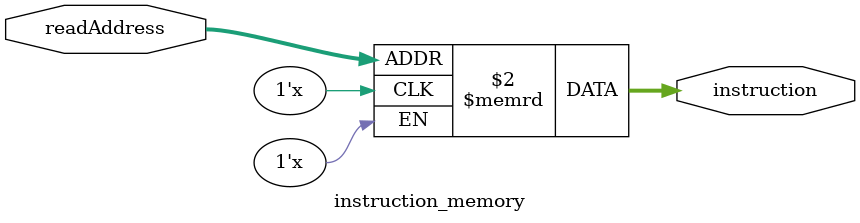
<source format=v>
module instruction_memory(readAddress,instruction);
    input [31:0] readAddress;
    output [31:0] instruction;

    reg [31:0] instruction;//输出

    reg [31:0] memory[0:1024];//存储

    always @(readAddress)
        instruction=memory[readAddress];

endmodule // 指令存储器
</source>
